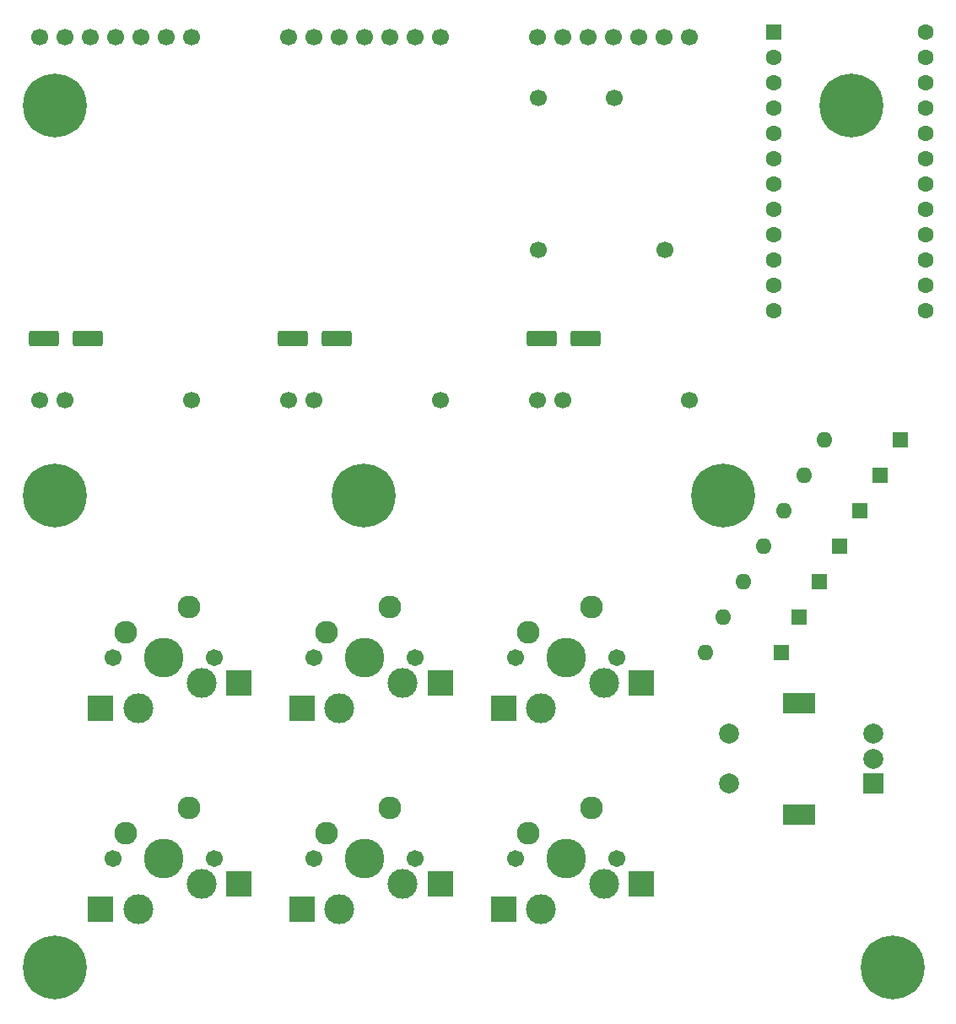
<source format=gbs>
G04 #@! TF.GenerationSoftware,KiCad,Pcbnew,7.0.1*
G04 #@! TF.CreationDate,2023-04-24T18:26:11+10:00*
G04 #@! TF.ProjectId,phi,7068692e-6b69-4636-9164-5f7063625858,rev?*
G04 #@! TF.SameCoordinates,Original*
G04 #@! TF.FileFunction,Soldermask,Bot*
G04 #@! TF.FilePolarity,Negative*
%FSLAX46Y46*%
G04 Gerber Fmt 4.6, Leading zero omitted, Abs format (unit mm)*
G04 Created by KiCad (PCBNEW 7.0.1) date 2023-04-24 18:26:11*
%MOMM*%
%LPD*%
G01*
G04 APERTURE LIST*
G04 Aperture macros list*
%AMRoundRect*
0 Rectangle with rounded corners*
0 $1 Rounding radius*
0 $2 $3 $4 $5 $6 $7 $8 $9 X,Y pos of 4 corners*
0 Add a 4 corners polygon primitive as box body*
4,1,4,$2,$3,$4,$5,$6,$7,$8,$9,$2,$3,0*
0 Add four circle primitives for the rounded corners*
1,1,$1+$1,$2,$3*
1,1,$1+$1,$4,$5*
1,1,$1+$1,$6,$7*
1,1,$1+$1,$8,$9*
0 Add four rect primitives between the rounded corners*
20,1,$1+$1,$2,$3,$4,$5,0*
20,1,$1+$1,$4,$5,$6,$7,0*
20,1,$1+$1,$6,$7,$8,$9,0*
20,1,$1+$1,$8,$9,$2,$3,0*%
G04 Aperture macros list end*
%ADD10C,1.700000*%
%ADD11C,1.701800*%
%ADD12C,3.000000*%
%ADD13C,3.987800*%
%ADD14R,2.550000X2.500000*%
%ADD15C,2.286000*%
%ADD16R,1.600000X1.600000*%
%ADD17O,1.600000X1.600000*%
%ADD18C,0.800000*%
%ADD19C,6.400000*%
%ADD20R,2.000000X2.000000*%
%ADD21C,2.000000*%
%ADD22R,3.200000X2.000000*%
%ADD23C,1.600000*%
%ADD24RoundRect,0.250000X-1.250000X-0.550000X1.250000X-0.550000X1.250000X0.550000X-1.250000X0.550000X0*%
G04 APERTURE END LIST*
D10*
X100100000Y-68200000D03*
X87400000Y-68200000D03*
X84860000Y-68200000D03*
X100080000Y-31800000D03*
X97540000Y-31800000D03*
X95000000Y-31800000D03*
X92460000Y-31800000D03*
X89920000Y-31800000D03*
X87380000Y-31800000D03*
X84840000Y-31800000D03*
D11*
X87453000Y-114245000D03*
D12*
X89993000Y-119325000D03*
D13*
X92533000Y-114245000D03*
D12*
X96343000Y-116785000D03*
D11*
X97613000Y-114245000D03*
D14*
X86243000Y-119325000D03*
D15*
X95073000Y-109165000D03*
X88723000Y-111705000D03*
D14*
X100093000Y-116785000D03*
D16*
X134309000Y-93511000D03*
D17*
X126689000Y-93511000D03*
D10*
X125130000Y-68200000D03*
X112430000Y-68200000D03*
X109890000Y-68200000D03*
X125110000Y-31800000D03*
X122570000Y-31800000D03*
X120030000Y-31800000D03*
X117490000Y-31800000D03*
X114950000Y-31800000D03*
X112410000Y-31800000D03*
X109870000Y-31800000D03*
D16*
X144215000Y-75743000D03*
D17*
X136595000Y-75743000D03*
D18*
X126067000Y-77775000D03*
X126769944Y-76077944D03*
X126769944Y-79472056D03*
X128467000Y-75375000D03*
D19*
X128467000Y-77775000D03*
D18*
X128467000Y-80175000D03*
X130164056Y-76077944D03*
X130164056Y-79472056D03*
X130867000Y-77775000D03*
X138940056Y-38659000D03*
X139643000Y-36961944D03*
X139643000Y-40356056D03*
X141340056Y-36259000D03*
D19*
X141340056Y-38659000D03*
D18*
X141340056Y-41059000D03*
X143037112Y-36961944D03*
X143037112Y-40356056D03*
X143740056Y-38659000D03*
D10*
X75140000Y-68200000D03*
X62440000Y-68200000D03*
X59900000Y-68200000D03*
X75120000Y-31800000D03*
X72580000Y-31800000D03*
X70040000Y-31800000D03*
X67500000Y-31800000D03*
X64960000Y-31800000D03*
X62420000Y-31800000D03*
X59880000Y-31800000D03*
D18*
X143085000Y-125155000D03*
X143787944Y-123457944D03*
X143787944Y-126852056D03*
X145485000Y-122755000D03*
D19*
X145485000Y-125155000D03*
D18*
X145485000Y-127555000D03*
X147182056Y-123457944D03*
X147182056Y-126852056D03*
X147885000Y-125155000D03*
X59011000Y-38659000D03*
X59713944Y-36961944D03*
X59713944Y-40356056D03*
X61411000Y-36259000D03*
D19*
X61411000Y-38659000D03*
D18*
X61411000Y-41059000D03*
X63108056Y-36961944D03*
X63108056Y-40356056D03*
X63811000Y-38659000D03*
D11*
X67239000Y-114245000D03*
D12*
X69779000Y-119325000D03*
D13*
X72319000Y-114245000D03*
D12*
X76129000Y-116785000D03*
D11*
X77399000Y-114245000D03*
D14*
X66029000Y-119325000D03*
D15*
X74859000Y-109165000D03*
X68509000Y-111705000D03*
D14*
X79879000Y-116785000D03*
D11*
X67253000Y-94045000D03*
D12*
X69793000Y-99125000D03*
D13*
X72333000Y-94045000D03*
D12*
X76143000Y-96585000D03*
D11*
X77413000Y-94045000D03*
D14*
X66043000Y-99125000D03*
D15*
X74873000Y-88965000D03*
X68523000Y-91505000D03*
D14*
X79893000Y-96585000D03*
D16*
X142183000Y-79299000D03*
D17*
X134563000Y-79299000D03*
D16*
X146247000Y-72187000D03*
D17*
X138627000Y-72187000D03*
D18*
X59011000Y-125155000D03*
X59713944Y-123457944D03*
X59713944Y-126852056D03*
X61411000Y-122755000D03*
D19*
X61411000Y-125155000D03*
D18*
X61411000Y-127555000D03*
X63108056Y-123457944D03*
X63108056Y-126852056D03*
X63811000Y-125155000D03*
X89999000Y-77775000D03*
X90701944Y-76077944D03*
X90701944Y-79472056D03*
X92399000Y-75375000D03*
D19*
X92399000Y-77775000D03*
D18*
X92399000Y-80175000D03*
X94096056Y-76077944D03*
X94096056Y-79472056D03*
X94799000Y-77775000D03*
D16*
X136087000Y-89955000D03*
D17*
X128467000Y-89955000D03*
D11*
X87453000Y-94045000D03*
D12*
X89993000Y-99125000D03*
D13*
X92533000Y-94045000D03*
D12*
X96343000Y-96585000D03*
D11*
X97613000Y-94045000D03*
D14*
X86243000Y-99125000D03*
D15*
X95073000Y-88965000D03*
X88723000Y-91505000D03*
D14*
X100093000Y-96585000D03*
D18*
X59011000Y-77775000D03*
X59713944Y-76077944D03*
X59713944Y-79472056D03*
X61411000Y-75375000D03*
D19*
X61411000Y-77775000D03*
D18*
X61411000Y-80175000D03*
X63108056Y-76077944D03*
X63108056Y-79472056D03*
X63811000Y-77775000D03*
D11*
X107653000Y-114245000D03*
D12*
X110193000Y-119325000D03*
D13*
X112733000Y-114245000D03*
D12*
X116543000Y-116785000D03*
D11*
X117813000Y-114245000D03*
D14*
X106443000Y-119325000D03*
D15*
X115273000Y-109165000D03*
X108923000Y-111705000D03*
D14*
X120293000Y-116785000D03*
D11*
X107653000Y-94045000D03*
D12*
X110193000Y-99125000D03*
D13*
X112733000Y-94045000D03*
D12*
X116543000Y-96585000D03*
D11*
X117813000Y-94045000D03*
D14*
X106443000Y-99125000D03*
D15*
X115273000Y-88965000D03*
X108923000Y-91505000D03*
D14*
X120293000Y-96585000D03*
D16*
X138119000Y-86399000D03*
D17*
X130499000Y-86399000D03*
D16*
X140151000Y-82855000D03*
D17*
X132531000Y-82855000D03*
D20*
X143591000Y-106691000D03*
D21*
X143591000Y-101691000D03*
X143591000Y-104191000D03*
D22*
X136091000Y-109791000D03*
X136091000Y-98591000D03*
D21*
X129091000Y-101691000D03*
X129091000Y-106691000D03*
D16*
X133547000Y-31293000D03*
D23*
X133547000Y-33833000D03*
X133547000Y-36373000D03*
X133547000Y-38913000D03*
X133547000Y-41453000D03*
X133547000Y-43993000D03*
X133547000Y-46533000D03*
X133547000Y-49073000D03*
X133547000Y-51613000D03*
X133547000Y-54153000D03*
X133547000Y-56693000D03*
X133547000Y-59233000D03*
X148787000Y-59233000D03*
X148787000Y-56693000D03*
X148787000Y-54153000D03*
X148787000Y-51613000D03*
X148787000Y-49073000D03*
X148787000Y-46533000D03*
X148787000Y-43993000D03*
X148787000Y-41453000D03*
X148787000Y-38913000D03*
X148787000Y-36373000D03*
X148787000Y-33833000D03*
X148787000Y-31293000D03*
D24*
X60300000Y-62027000D03*
X64700000Y-62027000D03*
D10*
X109925000Y-37897000D03*
X117545000Y-37897000D03*
X109925000Y-53137000D03*
X122625000Y-53137000D03*
D24*
X85300000Y-62027000D03*
X89700000Y-62027000D03*
X110300000Y-62027000D03*
X114700000Y-62027000D03*
M02*

</source>
